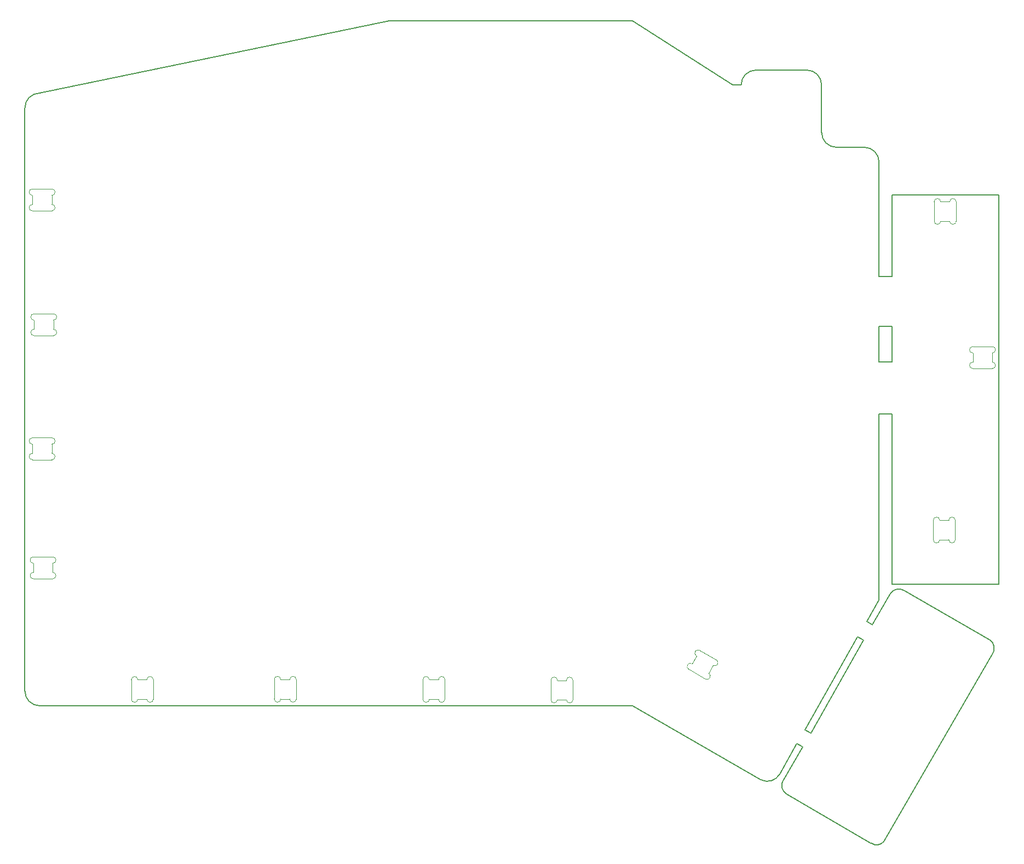
<source format=gm1>
G04 #@! TF.GenerationSoftware,KiCad,Pcbnew,(6.0.10)*
G04 #@! TF.CreationDate,2023-03-19T21:25:36+07:00*
G04 #@! TF.ProjectId,ergodash,6572676f-6461-4736-982e-6b696361645f,2.0*
G04 #@! TF.SameCoordinates,Original*
G04 #@! TF.FileFunction,Profile,NP*
%FSLAX46Y46*%
G04 Gerber Fmt 4.6, Leading zero omitted, Abs format (unit mm)*
G04 Created by KiCad (PCBNEW (6.0.10)) date 2023-03-19 21:25:36*
%MOMM*%
%LPD*%
G01*
G04 APERTURE LIST*
G04 #@! TA.AperFunction,Profile*
%ADD10C,0.150000*%
G04 #@! TD*
G04 #@! TA.AperFunction,Profile*
%ADD11C,0.100000*%
G04 #@! TD*
G04 APERTURE END LIST*
D10*
X191262000Y-44704000D02*
G75*
G03*
X188976000Y-46990000I0J-2286000D01*
G01*
X210312000Y-58928000D02*
G75*
G03*
X208026000Y-56642000I-2286000J0D01*
G01*
X210312000Y-67310000D02*
X210312000Y-76606400D01*
X212344000Y-64008000D02*
X226187000Y-64008000D01*
X212344000Y-97840800D02*
X210312000Y-97840800D01*
X198882000Y-146685000D02*
X207010000Y-132334000D01*
X211074000Y-163957000D02*
X227838000Y-135001000D01*
X210312000Y-84328000D02*
X210312000Y-84328000D01*
X134620000Y-37084000D02*
X163576000Y-37084000D01*
X228854000Y-64008000D02*
X228854000Y-124206000D01*
X197612000Y-148844000D02*
X198501000Y-149352000D01*
X210312000Y-58928000D02*
X210312000Y-67310000D01*
X212344000Y-76606400D02*
X212344000Y-64008000D01*
X210312000Y-110236000D02*
X210312000Y-122174000D01*
X228854000Y-124206000D02*
X212344000Y-124206000D01*
X227838000Y-135001000D02*
G75*
G03*
X227457000Y-132842000I-1270000J889000D01*
G01*
X201422000Y-46990000D02*
X201422000Y-54356000D01*
X80518000Y-143002000D02*
X114808000Y-143002000D01*
X192024000Y-154432000D02*
G75*
G03*
X194945000Y-153543000I1016000J1905000D01*
G01*
X210312000Y-122174000D02*
X210312000Y-126619000D01*
X188976000Y-46990000D02*
X187706000Y-46990000D01*
X209042000Y-164211000D02*
G75*
G03*
X211074000Y-163957000I889000J1143000D01*
G01*
X201422000Y-54356000D02*
G75*
G03*
X203708000Y-56642000I2286000J0D01*
G01*
X194945000Y-153543000D02*
X197612000Y-148844000D01*
X78232000Y-140716000D02*
X78232000Y-50546000D01*
X210312000Y-126619000D02*
X208407000Y-129921000D01*
X80518000Y-48260000D02*
G75*
G03*
X78232000Y-50546000I0J-2286000D01*
G01*
X199771000Y-147193000D02*
X207899000Y-132842000D01*
X210312000Y-84328000D02*
X212344000Y-84328000D01*
X114808000Y-143002000D02*
X172212000Y-143002000D01*
X198501000Y-149352000D02*
X195453000Y-154559000D01*
X210312000Y-97840800D02*
X210312000Y-110236000D01*
X172212000Y-143002000D02*
X192024000Y-154432000D01*
X203708000Y-56642000D02*
X208026000Y-56642000D01*
X195961000Y-156591000D02*
X209042000Y-164211000D01*
X163576000Y-37084000D02*
X172212000Y-37084000D01*
X214249000Y-125222000D02*
X227457000Y-132842000D01*
X212090000Y-125603000D02*
X209296000Y-130429000D01*
X212344000Y-84328000D02*
X212344000Y-89789000D01*
X198882000Y-146685000D02*
X199771000Y-147193000D01*
X191262000Y-44704000D02*
X199136000Y-44704000D01*
X226187000Y-64008000D02*
X228854000Y-64008000D01*
X212344000Y-124206000D02*
X212344000Y-97840800D01*
X172212000Y-37084000D02*
X187706000Y-46990000D01*
X210312000Y-84328000D02*
X210312000Y-89789000D01*
X214249000Y-125222000D02*
G75*
G03*
X212090000Y-125603000I-889000J-1270000D01*
G01*
X134620000Y-37084000D02*
X80518000Y-48260000D01*
X210312000Y-89789000D02*
X212344000Y-89789000D01*
X201422000Y-46990000D02*
G75*
G03*
X199136000Y-44704000I-2286000J0D01*
G01*
X78232000Y-140716000D02*
G75*
G03*
X80518000Y-143002000I2286000J0D01*
G01*
X195453000Y-154559000D02*
G75*
G03*
X195961000Y-156591000I1270000J-762000D01*
G01*
X207010000Y-132334000D02*
X207899000Y-132842000D01*
X210312000Y-76606400D02*
X212344000Y-76606400D01*
X208407000Y-129921000D02*
X209296000Y-130429000D01*
D11*
X82399000Y-65473000D02*
X82399000Y-64073000D01*
X79399000Y-65473000D02*
X79399000Y-64073000D01*
X79399000Y-66473000D02*
X82399000Y-66473000D01*
X82399000Y-63073000D02*
X79399000Y-63073000D01*
X82399000Y-64073000D02*
G75*
G03*
X82399000Y-63073000I0J500000D01*
G01*
X79399000Y-65473000D02*
G75*
G03*
X79399000Y-66473000I0J-500000D01*
G01*
X79399000Y-63073000D02*
G75*
G03*
X79399000Y-64073000I0J-500000D01*
G01*
X82399000Y-66473000D02*
G75*
G03*
X82399000Y-65473000I0J500000D01*
G01*
X82399000Y-103954000D02*
X82399000Y-102554000D01*
X82399000Y-101554000D02*
X79399000Y-101554000D01*
X79399000Y-104954000D02*
X82399000Y-104954000D01*
X79399000Y-103954000D02*
X79399000Y-102554000D01*
X79399000Y-103954000D02*
G75*
G03*
X79399000Y-104954000I0J-500000D01*
G01*
X79399000Y-101554000D02*
G75*
G03*
X79399000Y-102554000I0J-500000D01*
G01*
X82399000Y-102554000D02*
G75*
G03*
X82399000Y-101554000I0J500000D01*
G01*
X82399000Y-104954000D02*
G75*
G03*
X82399000Y-103954000I0J500000D01*
G01*
X161967600Y-139063600D02*
X160567600Y-139063600D01*
X162967600Y-142063600D02*
X162967600Y-139063600D01*
X161967600Y-142063600D02*
X160567600Y-142063600D01*
X159567600Y-139063600D02*
X159567600Y-142063600D01*
X161967600Y-142063600D02*
G75*
G03*
X162967600Y-142063600I500000J0D01*
G01*
X159567600Y-142063600D02*
G75*
G03*
X160567600Y-142063600I500000J0D01*
G01*
X162967600Y-139063600D02*
G75*
G03*
X161967600Y-139063600I-500000J0D01*
G01*
X160567600Y-139063600D02*
G75*
G03*
X159567600Y-139063600I-500000J0D01*
G01*
X82653000Y-84771000D02*
X82653000Y-83371000D01*
X82653000Y-82371000D02*
X79653000Y-82371000D01*
X79653000Y-84771000D02*
X79653000Y-83371000D01*
X79653000Y-85771000D02*
X82653000Y-85771000D01*
X79653000Y-84771000D02*
G75*
G03*
X79653000Y-85771000I0J-500000D01*
G01*
X82653000Y-85771000D02*
G75*
G03*
X82653000Y-84771000I0J500000D01*
G01*
X82653000Y-83371000D02*
G75*
G03*
X82653000Y-82371000I0J500000D01*
G01*
X79653000Y-82371000D02*
G75*
G03*
X79653000Y-83371000I0J-500000D01*
G01*
X82539000Y-119966000D02*
X79539000Y-119966000D01*
X79539000Y-122366000D02*
X79539000Y-120966000D01*
X79539000Y-123366000D02*
X82539000Y-123366000D01*
X82539000Y-122366000D02*
X82539000Y-120966000D01*
X82539000Y-123366000D02*
G75*
G03*
X82539000Y-122366000I0J500000D01*
G01*
X79539000Y-119966000D02*
G75*
G03*
X79539000Y-120966000I0J-500000D01*
G01*
X82539000Y-120966000D02*
G75*
G03*
X82539000Y-119966000I0J500000D01*
G01*
X79539000Y-122366000D02*
G75*
G03*
X79539000Y-123366000I0J-500000D01*
G01*
X119191000Y-141949000D02*
X117791000Y-141949000D01*
X120191000Y-141949000D02*
X120191000Y-138949000D01*
X116791000Y-138949000D02*
X116791000Y-141949000D01*
X119191000Y-138949000D02*
X117791000Y-138949000D01*
X117791000Y-138949000D02*
G75*
G03*
X116791000Y-138949000I-500000J0D01*
G01*
X116791000Y-141949000D02*
G75*
G03*
X117791000Y-141949000I500000J0D01*
G01*
X120191000Y-138949000D02*
G75*
G03*
X119191000Y-138949000I-500000J0D01*
G01*
X119191000Y-141949000D02*
G75*
G03*
X120191000Y-141949000I500000J0D01*
G01*
X94693000Y-141975000D02*
X94693000Y-138975000D01*
X97093000Y-141975000D02*
X95693000Y-141975000D01*
X98093000Y-138975000D02*
X98093000Y-141975000D01*
X97093000Y-138975000D02*
X95693000Y-138975000D01*
X94693000Y-141975000D02*
G75*
G03*
X95693000Y-141975000I500000J0D01*
G01*
X95693000Y-138975000D02*
G75*
G03*
X94693000Y-138975000I-500000J0D01*
G01*
X98093000Y-138975000D02*
G75*
G03*
X97093000Y-138975000I-500000J0D01*
G01*
X97093000Y-141975000D02*
G75*
G03*
X98093000Y-141975000I500000J0D01*
G01*
X183961795Y-137989018D02*
X184661795Y-136776582D01*
X181363718Y-136489018D02*
X182063718Y-135276582D01*
X182563718Y-134410557D02*
X185161795Y-135910557D01*
X183461795Y-138855043D02*
X180863718Y-137355043D01*
X183461796Y-138855042D02*
G75*
G03*
X183961795Y-137989018I249999J433012D01*
G01*
X182563717Y-134410558D02*
G75*
G03*
X182063718Y-135276582I-249999J-433012D01*
G01*
X184661795Y-136776583D02*
G75*
G03*
X185161795Y-135910557I250000J433013D01*
G01*
X181363718Y-136489017D02*
G75*
G03*
X180863718Y-137355043I-250000J-433013D01*
G01*
X227801600Y-90854000D02*
X224801600Y-90854000D01*
X227801600Y-88454000D02*
X227801600Y-89854000D01*
X224801600Y-87454000D02*
X227801600Y-87454000D01*
X224801600Y-88454000D02*
X224801600Y-89854000D01*
X227801600Y-90854000D02*
G75*
G03*
X227801600Y-89854000I0J500000D01*
G01*
X224801600Y-87454000D02*
G75*
G03*
X224801600Y-88454000I0J-500000D01*
G01*
X224801600Y-89854000D02*
G75*
G03*
X224801600Y-90854000I0J-500000D01*
G01*
X227801600Y-88454000D02*
G75*
G03*
X227801600Y-87454000I0J500000D01*
G01*
X143178000Y-138975000D02*
X143178000Y-141975000D01*
X142178000Y-138975000D02*
X140778000Y-138975000D01*
X139778000Y-141975000D02*
X139778000Y-138975000D01*
X142178000Y-141975000D02*
X140778000Y-141975000D01*
X139778000Y-141975000D02*
G75*
G03*
X140778000Y-141975000I500000J0D01*
G01*
X143178000Y-138975000D02*
G75*
G03*
X142178000Y-138975000I-500000J0D01*
G01*
X142178000Y-141975000D02*
G75*
G03*
X143178000Y-141975000I500000J0D01*
G01*
X140778000Y-138975000D02*
G75*
G03*
X139778000Y-138975000I-500000J0D01*
G01*
X221085000Y-114322000D02*
X219685000Y-114322000D01*
X221085000Y-117322000D02*
X219685000Y-117322000D01*
X222085000Y-114322000D02*
X222085000Y-117322000D01*
X218685000Y-117322000D02*
X218685000Y-114322000D01*
X222085000Y-114322000D02*
G75*
G03*
X221085000Y-114322000I-500000J0D01*
G01*
X219685000Y-114322000D02*
G75*
G03*
X218685000Y-114322000I-500000J0D01*
G01*
X221085000Y-117322000D02*
G75*
G03*
X222085000Y-117322000I500000J0D01*
G01*
X218685000Y-117322000D02*
G75*
G03*
X219685000Y-117322000I500000J0D01*
G01*
X222222800Y-65060400D02*
X222222800Y-68060400D01*
X219822800Y-68060400D02*
X221222800Y-68060400D01*
X219822800Y-65060400D02*
X221222800Y-65060400D01*
X218822800Y-68060400D02*
X218822800Y-65060400D01*
X219822800Y-65060400D02*
G75*
G03*
X218822800Y-65060400I-500000J0D01*
G01*
X222222800Y-65060400D02*
G75*
G03*
X221222800Y-65060400I-500000J0D01*
G01*
X221222800Y-68060400D02*
G75*
G03*
X222222800Y-68060400I500000J0D01*
G01*
X218822800Y-68060400D02*
G75*
G03*
X219822800Y-68060400I500000J0D01*
G01*
M02*

</source>
